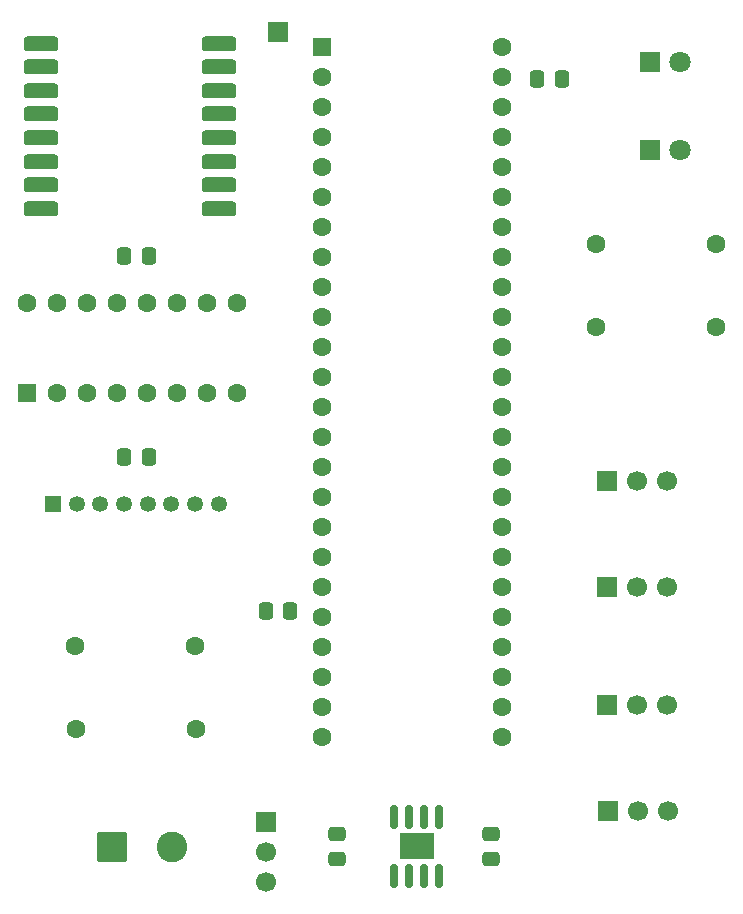
<source format=gts>
%TF.GenerationSoftware,KiCad,Pcbnew,9.0.6*%
%TF.CreationDate,2025-12-09T13:44:13+01:00*%
%TF.ProjectId,PCB Schematic Eclipse 1,50434220-5363-4686-956d-617469632045,rev?*%
%TF.SameCoordinates,Original*%
%TF.FileFunction,Soldermask,Top*%
%TF.FilePolarity,Negative*%
%FSLAX46Y46*%
G04 Gerber Fmt 4.6, Leading zero omitted, Abs format (unit mm)*
G04 Created by KiCad (PCBNEW 9.0.6) date 2025-12-09 13:44:13*
%MOMM*%
%LPD*%
G01*
G04 APERTURE LIST*
G04 Aperture macros list*
%AMRoundRect*
0 Rectangle with rounded corners*
0 $1 Rounding radius*
0 $2 $3 $4 $5 $6 $7 $8 $9 X,Y pos of 4 corners*
0 Add a 4 corners polygon primitive as box body*
4,1,4,$2,$3,$4,$5,$6,$7,$8,$9,$2,$3,0*
0 Add four circle primitives for the rounded corners*
1,1,$1+$1,$2,$3*
1,1,$1+$1,$4,$5*
1,1,$1+$1,$6,$7*
1,1,$1+$1,$8,$9*
0 Add four rect primitives between the rounded corners*
20,1,$1+$1,$2,$3,$4,$5,0*
20,1,$1+$1,$4,$5,$6,$7,0*
20,1,$1+$1,$6,$7,$8,$9,0*
20,1,$1+$1,$8,$9,$2,$3,0*%
G04 Aperture macros list end*
%ADD10RoundRect,0.250000X0.475000X-0.337500X0.475000X0.337500X-0.475000X0.337500X-0.475000X-0.337500X0*%
%ADD11RoundRect,0.250000X-1.050000X-1.050000X1.050000X-1.050000X1.050000X1.050000X-1.050000X1.050000X0*%
%ADD12C,2.600000*%
%ADD13R,1.800000X1.800000*%
%ADD14C,1.800000*%
%ADD15RoundRect,0.250000X-0.337500X-0.475000X0.337500X-0.475000X0.337500X0.475000X-0.337500X0.475000X0*%
%ADD16R,1.700000X1.700000*%
%ADD17C,1.700000*%
%ADD18RoundRect,0.250000X-0.550000X-0.550000X0.550000X-0.550000X0.550000X0.550000X-0.550000X0.550000X0*%
%ADD19C,1.600000*%
%ADD20RoundRect,0.250000X0.550000X-0.550000X0.550000X0.550000X-0.550000X0.550000X-0.550000X-0.550000X0*%
%ADD21RoundRect,0.150000X0.150000X-0.825000X0.150000X0.825000X-0.150000X0.825000X-0.150000X-0.825000X0*%
%ADD22R,3.000000X2.290000*%
%ADD23R,1.350000X1.350000*%
%ADD24C,1.350000*%
%ADD25RoundRect,0.317500X-1.157500X-0.317500X1.157500X-0.317500X1.157500X0.317500X-1.157500X0.317500X0*%
G04 APERTURE END LIST*
D10*
%TO.C,C1*%
X143000000Y-140000000D03*
X143000000Y-137925000D03*
%TD*%
D11*
%TO.C,J5*%
X123920000Y-139000000D03*
D12*
X129000000Y-139000000D03*
%TD*%
D13*
%TO.C,D2*%
X169460000Y-80000000D03*
D14*
X172000000Y-80000000D03*
%TD*%
D15*
%TO.C,C6*%
X159962500Y-74000000D03*
X162037500Y-74000000D03*
%TD*%
D16*
%TO.C,J4*%
X165840000Y-108000000D03*
D17*
X168380000Y-108000000D03*
X170920000Y-108000000D03*
%TD*%
D18*
%TO.C,IC1*%
X141760000Y-71300000D03*
D19*
X141760000Y-73840000D03*
X141760000Y-76380000D03*
X141760000Y-78920000D03*
X141760000Y-81460000D03*
X141760000Y-84000000D03*
X141760000Y-86540000D03*
X141760000Y-89080000D03*
X141760000Y-91620000D03*
X141760000Y-94160000D03*
X141760000Y-96700000D03*
X141760000Y-99240000D03*
X141760000Y-101780000D03*
X141760000Y-104320000D03*
X141760000Y-106860000D03*
X141760000Y-109400000D03*
X141760000Y-111940000D03*
X141760000Y-114480000D03*
X141760000Y-117020000D03*
X141760000Y-119560000D03*
X141760000Y-122100000D03*
X141760000Y-124640000D03*
X141760000Y-127180000D03*
X141760000Y-129720000D03*
X157000000Y-129720000D03*
X157000000Y-127180000D03*
X157000000Y-124640000D03*
X157000000Y-122100000D03*
X157000000Y-119560000D03*
X157000000Y-117020000D03*
X157000000Y-114480000D03*
X157000000Y-111940000D03*
X157000000Y-109400000D03*
X157000000Y-106860000D03*
X157000000Y-104320000D03*
X157000000Y-101780000D03*
X157000000Y-99240000D03*
X157000000Y-96700000D03*
X157000000Y-94160000D03*
X157000000Y-91620000D03*
X157000000Y-89080000D03*
X157000000Y-86540000D03*
X157000000Y-84000000D03*
X157000000Y-81460000D03*
X157000000Y-78920000D03*
X157000000Y-76380000D03*
X157000000Y-73840000D03*
X157000000Y-71300000D03*
%TD*%
%TO.C,R3*%
X120920000Y-129000000D03*
X131080000Y-129000000D03*
%TD*%
D15*
%TO.C,C3*%
X124962500Y-106000000D03*
X127037500Y-106000000D03*
%TD*%
%TO.C,C2*%
X136962500Y-119000000D03*
X139037500Y-119000000D03*
%TD*%
D16*
%TO.C,J7*%
X138000000Y-70000000D03*
%TD*%
D19*
%TO.C,R2*%
X164920000Y-95000000D03*
X175080000Y-95000000D03*
%TD*%
D16*
%TO.C,J3*%
X165840000Y-117000000D03*
D17*
X168380000Y-117000000D03*
X170920000Y-117000000D03*
%TD*%
D20*
%TO.C,U1*%
X116760000Y-100620000D03*
D19*
X119300000Y-100620000D03*
X121840000Y-100620000D03*
X124380000Y-100620000D03*
X126920000Y-100620000D03*
X129460000Y-100620000D03*
X132000000Y-100620000D03*
X134540000Y-100620000D03*
X134540000Y-93000000D03*
X132000000Y-93000000D03*
X129460000Y-93000000D03*
X126920000Y-93000000D03*
X124380000Y-93000000D03*
X121840000Y-93000000D03*
X119300000Y-93000000D03*
X116760000Y-93000000D03*
%TD*%
D10*
%TO.C,C4*%
X156000000Y-140000000D03*
X156000000Y-137925000D03*
%TD*%
D16*
%TO.C,J6*%
X137000000Y-136920000D03*
D17*
X137000000Y-139460000D03*
X137000000Y-142000000D03*
%TD*%
D21*
%TO.C,U4*%
X147845000Y-141437500D03*
X149115000Y-141437500D03*
X150385000Y-141437500D03*
X151655000Y-141437500D03*
X151655000Y-136487500D03*
X150385000Y-136487500D03*
X149115000Y-136487500D03*
X147845000Y-136487500D03*
D22*
X149750000Y-138962500D03*
%TD*%
D23*
%TO.C,U2*%
X118962500Y-110000000D03*
D24*
X120962500Y-110000000D03*
X122962500Y-110000000D03*
X124962500Y-110000000D03*
X126962500Y-110000000D03*
X128962500Y-110000000D03*
X130962500Y-110000000D03*
X132962500Y-110000000D03*
%TD*%
D15*
%TO.C,C5*%
X124962500Y-89000000D03*
X127037500Y-89000000D03*
%TD*%
D16*
%TO.C,J1*%
X165920000Y-136000000D03*
D17*
X168460000Y-136000000D03*
X171000000Y-136000000D03*
%TD*%
D19*
%TO.C,R4*%
X120840000Y-122000000D03*
X131000000Y-122000000D03*
%TD*%
D25*
%TO.C,U3*%
X117950000Y-71000000D03*
X117950000Y-73000000D03*
X117950000Y-75000000D03*
X117950000Y-77000000D03*
X117950000Y-79000000D03*
X117950000Y-81000000D03*
X117950000Y-83000000D03*
X117950000Y-85000000D03*
X133000000Y-85000000D03*
X133000000Y-83000000D03*
X133000000Y-81000000D03*
X133000000Y-79000000D03*
X133000000Y-77000000D03*
X133000000Y-75000000D03*
X133000000Y-73000000D03*
X133000000Y-71000000D03*
%TD*%
D13*
%TO.C,D1*%
X169460000Y-72530000D03*
D14*
X172000000Y-72530000D03*
%TD*%
D19*
%TO.C,R1*%
X164920000Y-88000000D03*
X175080000Y-88000000D03*
%TD*%
D16*
%TO.C,J2*%
X165840000Y-127000000D03*
D17*
X168380000Y-127000000D03*
X170920000Y-127000000D03*
%TD*%
M02*

</source>
